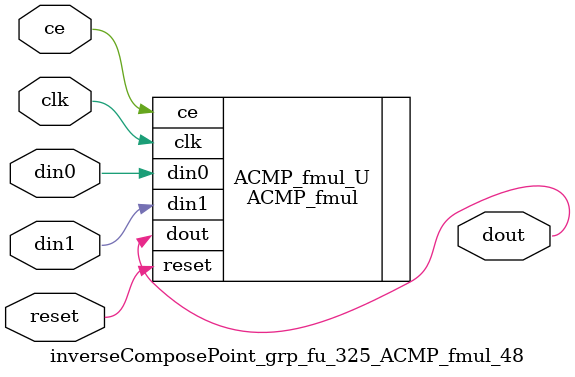
<source format=v>

`timescale 1 ns / 1 ps
module inverseComposePoint_grp_fu_325_ACMP_fmul_48(
    clk,
    reset,
    ce,
    din0,
    din1,
    dout);

parameter ID = 32'd1;
parameter NUM_STAGE = 32'd1;
parameter din0_WIDTH = 32'd1;
parameter din1_WIDTH = 32'd1;
parameter dout_WIDTH = 32'd1;
input clk;
input reset;
input ce;
input[din0_WIDTH - 1:0] din0;
input[din1_WIDTH - 1:0] din1;
output[dout_WIDTH - 1:0] dout;



ACMP_fmul #(
.ID( ID ),
.NUM_STAGE( 4 ),
.din0_WIDTH( din0_WIDTH ),
.din1_WIDTH( din1_WIDTH ),
.dout_WIDTH( dout_WIDTH ))
ACMP_fmul_U(
    .clk( clk ),
    .reset( reset ),
    .ce( ce ),
    .din0( din0 ),
    .din1( din1 ),
    .dout( dout ));

endmodule

</source>
